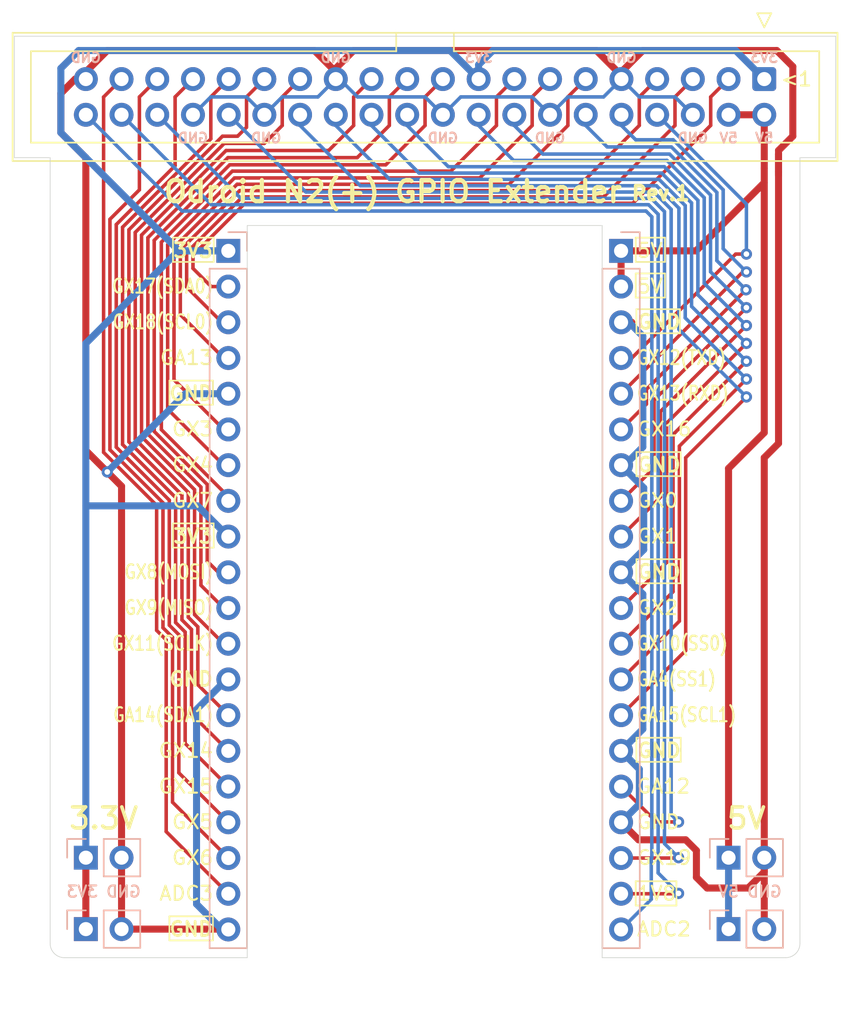
<source format=kicad_pcb>
(kicad_pcb (version 20211014) (generator pcbnew)
  (title_block (title "Odroid N2(+) GPIO Extend Board") (rev "1") (company "Amos Home"))
  (layers (0 "F.Cu" signal) (31 "B.Cu" signal) (34 "B.Paste" user) (35 "F.Paste" user) (36 "B.SilkS" user "B.Silkscreen") (37 "F.SilkS" user "F.Silkscreen") (38 "B.Mask" user) (39 "F.Mask" user) (44 "Edge.Cuts" user))
  (net 0 "")
  (net 1 "Net-(J1-Pad3)")
  (net 2 "Net-(J1-Pad5)")
  (net 3 "Net-(J1-Pad7)")
  (net 4 "Net-(J1-Pad8)")
  (net 5 "Net-(J1-Pad10)")
  (net 6 "Net-(J1-Pad11)")
  (net 7 "Net-(J1-Pad12)")
  (net 8 "Net-(J1-Pad13)")
  (net 9 "Net-(J1-Pad15)")
  (net 10 "Net-(J1-Pad16)")
  (net 11 "Net-(J1-Pad18)")
  (net 12 "Net-(J1-Pad19)")
  (net 13 "Net-(J1-Pad21)")
  (net 14 "Net-(J1-Pad22)")
  (net 15 "Net-(J1-Pad23)")
  (net 16 "Net-(J1-Pad24)")
  (net 17 "Net-(J1-Pad26)")
  (net 18 "Net-(J1-Pad27)")
  (net 19 "Net-(J1-Pad28)")
  (net 20 "Net-(J1-Pad29)")
  (net 21 "Net-(J1-Pad31)")
  (net 22 "Net-(J1-Pad32)")
  (net 23 "Net-(J1-Pad33)")
  (net 24 "Net-(J1-Pad35)")
  (net 25 "Net-(J1-Pad36)")
  (net 26 "Net-(J1-Pad37)")
  (net 27 "Net-(J1-Pad38)")
  (net 28 "Net-(J1-Pad40)")
  (net 29 "+3V3")
  (net 30 "+5V")
  (net 31 "GND")
  (footprint "Connector_IDC:IDC-Header_2x20_P2.54mm_Vertical" (layer "F.Cu") (at 186.944 66.548 -90)
    (fp_text reference "J1" hide)
    (fp_text value "Conn_02x20_Odd_Even")
  )
  (footprint "Connector_PinHeader_2.54mm:PinHeader_1x20_P2.54mm_Vertical" (layer "B.Cu") (at 148.8186 78.7654 180)
    (fp_text reference "J2" hide)
    (fp_text value "Conn_01x20_Male")
  )
  (footprint "Connector_PinHeader_2.54mm:PinHeader_1x20_P2.54mm_Vertical" (layer "B.Cu") (at 176.7586 78.7654 180)
    (fp_text reference "J3" hide)
    (fp_text value "Conn_01x20_Male")
  )
  (footprint "Connector_PinHeader_2.54mm:PinHeader_1x02_P2.54mm_Vertical" (layer "B.Cu") (at 138.684 127 -90)
    (fp_text reference "J6" hide)
    (fp_text value "Conn_01x02_Male")
  )
  (footprint "Connector_PinHeader_2.54mm:PinHeader_1x02_P2.54mm_Vertical" (layer "B.Cu") (at 138.684 121.92 -90)
    (fp_text reference "J4" hide)
    (fp_text value "Conn_01x02_Male")
  )
  (footprint "Connector_PinHeader_2.54mm:PinHeader_1x02_P2.54mm_Vertical" (layer "B.Cu") (at 184.404 121.92 -90)
    (fp_text reference "J5" hide)
    (fp_text value "Conn_01x02_Male")
  )
  (footprint "Connector_PinHeader_2.54mm:PinHeader_1x02_P2.54mm_Vertical" (layer "B.Cu") (at 184.404 127 -90)
    (fp_text reference "J7" hide)
    (fp_text value "Conn_01x02_Male")
  )
  (gr_line (start 144.6276 87.99195) (end 147.7264 87.99195) (layer "F.SilkS") (width 0.12))
  (gr_line (start 147.7264 89.70645) (end 144.6276 89.70645) (layer "F.SilkS") (width 0.12))
  (gr_line (start 147.7264 89.70645) (end 147.7264 87.99195) (layer "F.SilkS") (width 0.12))
  (gr_line (start 144.6276 87.99195) (end 144.6276 89.70645) (layer "F.SilkS") (width 0.12))
  (gr_line (start 144.8816 79.5528) (end 144.8816 77.8256) (layer "F.SilkS") (width 0.12))
  (gr_line (start 180.6956 125.3236) (end 177.8 125.3236) (layer "F.SilkS") (width 0.12))
  (gr_line (start 180.6956 123.5964) (end 180.6956 125.3236) (layer "F.SilkS") (width 0.12))
  (gr_line (start 177.8 125.3236) (end 177.8 123.5964) (layer "F.SilkS") (width 0.12))
  (gr_line (start 177.8 123.5964) (end 180.6956 123.5964) (layer "F.SilkS") (width 0.12))
  (gr_line (start 179.8828 82.08645) (end 179.8828 80.37195) (layer "F.SilkS") (width 0.12))
  (gr_line (start 177.8 80.37195) (end 179.8828 80.37195) (layer "F.SilkS") (width 0.12))
  (gr_line (start 177.8 80.37195) (end 177.8 82.08645) (layer "F.SilkS") (width 0.12))
  (gr_line (start 179.8828 82.08645) (end 177.8 82.08645) (layer "F.SilkS") (width 0.12))
  (gr_line (start 179.8828 79.5528) (end 179.8828 77.8256) (layer "F.SilkS") (width 0.12))
  (gr_line (start 177.8 77.8256) (end 179.8828 77.8256) (layer "F.SilkS") (width 0.12))
  (gr_line (start 144.8816 77.8256) (end 147.7772 77.8256) (layer "F.SilkS") (width 0.12))
  (gr_line (start 181.0004 115.10645) (end 177.8508 115.10645) (layer "F.SilkS") (width 0.12))
  (gr_line (start 177.8508 100.69195) (end 177.8508 102.40645) (layer "F.SilkS") (width 0.12))
  (gr_line (start 144.8816 99.8728) (end 144.8816 98.1456) (layer "F.SilkS") (width 0.12))
  (gr_line (start 147.7772 99.8728) (end 144.8816 99.8728) (layer "F.SilkS") (width 0.12))
  (gr_line (start 181.0004 102.40645) (end 181.0004 100.69195) (layer "F.SilkS") (width 0.12))
  (gr_line (start 177.8508 100.69195) (end 181.0004 100.69195) (layer "F.SilkS") (width 0.12))
  (gr_line (start 147.7264 127.80645) (end 144.6276 127.80645) (layer "F.SilkS") (width 0.12))
  (gr_line (start 144.6276 126.09195) (end 147.7264 126.09195) (layer "F.SilkS") (width 0.12))
  (gr_line (start 177.8508 82.91195) (end 177.8508 84.62645) (layer "F.SilkS") (width 0.12))
  (gr_line (start 181.0004 115.10645) (end 181.0004 113.39195) (layer "F.SilkS") (width 0.12))
  (gr_line (start 147.7772 98.1456) (end 147.7772 99.8728) (layer "F.SilkS") (width 0.12))
  (gr_line (start 180.9496 84.62645) (end 177.8508 84.62645) (layer "F.SilkS") (width 0.12))
  (gr_line (start 181.0004 102.40645) (end 177.8508 102.40645) (layer "F.SilkS") (width 0.12))
  (gr_line (start 147.7772 77.8256) (end 147.7772 79.5528) (layer "F.SilkS") (width 0.12))
  (gr_line (start 179.8828 79.5528) (end 177.8 79.5528) (layer "F.SilkS") (width 0.12))
  (gr_line (start 177.8508 93.07195) (end 181.0004 93.07195) (layer "F.SilkS") (width 0.12))
  (gr_line (start 181.0004 94.78645) (end 181.0004 93.07195) (layer "F.SilkS") (width 0.12))
  (gr_line (start 144.8816 98.1456) (end 147.7772 98.1456) (layer "F.SilkS") (width 0.12))
  (gr_line (start 177.8 77.8256) (end 177.8 79.54645) (layer "F.SilkS") (width 0.12))
  (gr_line (start 147.7264 127.80645) (end 147.7264 126.09195) (layer "F.SilkS") (width 0.12))
  (gr_line (start 147.7772 79.5528) (end 144.8816 79.5528) (layer "F.SilkS") (width 0.12))
  (gr_line (start 181.0004 94.78645) (end 177.8508 94.78645) (layer "F.SilkS") (width 0.12))
  (gr_line (start 177.8508 113.39195) (end 177.8508 115.10645) (layer "F.SilkS") (width 0.12))
  (gr_line (start 180.9496 84.62645) (end 180.9496 82.91195) (layer "F.SilkS") (width 0.12))
  (gr_line (start 177.8508 82.91195) (end 180.9496 82.91195) (layer "F.SilkS") (width 0.12))
  (gr_line (start 177.8508 93.07195) (end 177.8508 94.78645) (layer "F.SilkS") (width 0.12))
  (gr_line (start 177.8508 113.39195) (end 181.0004 113.39195) (layer "F.SilkS") (width 0.12))
  (gr_line (start 144.6276 126.09195) (end 144.6276 127.80645) (layer "F.SilkS") (width 0.12))
  (gr_line (start 150.1648 129.032) (end 150.1648 76.962) (layer "Edge.Cuts") (width 0.05))
  (gr_line (start 189.484 72.136) (end 192.024 72.136) (layer "Edge.Cuts") (width 0.05))
  (gr_line (start 192.024 63.5) (end 133.604 63.5) (layer "Edge.Cuts") (width 0.05))
  (gr_line (start 133.604 63.5) (end 133.604 72.136) (layer "Edge.Cuts") (width 0.05))
  (gr_line (start 136.144 72.136) (end 133.604 72.136) (layer "Edge.Cuts") (width 0.05))
  (gr_line (start 192.024 72.136) (end 192.024 63.5) (layer "Edge.Cuts") (width 0.05))
  (gr_arc (start 137.16 129.032) (mid 136.44158 128.73442) (end 136.144 128.016) (layer "Edge.Cuts") (width 0.05))
  (gr_line (start 136.144 72.136) (end 136.144 128.016) (layer "Edge.Cuts") (width 0.05))
  (gr_line (start 150.1648 76.962) (end 175.4124 76.962) (layer "Edge.Cuts") (width 0.05))
  (gr_line (start 137.16 129.032) (end 150.1648 129.032) (layer "Edge.Cuts") (width 0.05))
  (gr_line (start 175.4124 76.962) (end 175.4124 129.032) (layer "Edge.Cuts") (width 0.05))
  (gr_line (start 175.4124 129.032) (end 188.468 129.032) (layer "Edge.Cuts") (width 0.05))
  (gr_arc (start 189.484 128.016) (mid 189.18642 128.73442) (end 188.468 129.032) (layer "Edge.Cuts") (width 0.05))
  (gr_line (start 189.484 72.136) (end 189.484 128.016) (layer "Edge.Cuts") (width 0.05))
  (gr_text "GND" (at 176.784 65.024) (layer "B.SilkS") (effects (font (size 0.7 0.7)) (justify mirror)))
  (gr_text "GND" (at 156.464 65.024) (layer "B.SilkS") (effects (font (size 0.7 0.7)) (justify mirror)))
  (gr_text "3V3" (at 166.624 65.024) (layer "B.SilkS") (effects (font (size 0.7 0.7)) (justify mirror)))
  (gr_text "GND" (at 151.511 70.739) (layer "B.SilkS") (effects (font (size 0.7 0.7)) (justify mirror)))
  (gr_text "GND" (at 146.304 70.739) (layer "B.SilkS") (effects (font (size 0.7 0.7)) (justify mirror)))
  (gr_text "GND" (at 164.084 70.739) (layer "B.SilkS") (effects (font (size 0.7 0.7)) (justify mirror)))
  (gr_text "GND" (at 171.704 70.739) (layer "B.SilkS") (effects (font (size 0.7 0.7)) (justify mirror)))
  (gr_text "GND" (at 181.864 70.739) (layer "B.SilkS") (effects (font (size 0.7 0.7)) (justify mirror)))
  (gr_text "GND 3V3" (at 139.954 124.333) (layer "B.SilkS") (effects (font (size 0.8 0.8)) (justify mirror)))
  (gr_text "GND 5V" (at 185.928 124.333) (layer "B.SilkS") (effects (font (size 0.8 0.8)) (justify mirror)))
  (gr_text "5V" (at 186.944 70.739) (layer "B.SilkS") (effects (font (size 0.7 0.7)) (justify mirror)))
  (gr_text "GND" (at 138.684 65.024) (layer "B.SilkS") (effects (font (size 0.7 0.7)) (justify mirror)))
  (gr_text "5V" (at 184.404 70.739) (layer "B.SilkS") (effects (font (size 0.7 0.7)) (justify mirror)))
  (gr_text "3V3" (at 186.944 65.024) (layer "B.SilkS") (effects (font (size 0.7 0.7)) (justify mirror)))
  (gr_text "ADC2" (at 177.8 127) (layer "F.SilkS") (effects (font (size 1 1)) (justify left)))
  (gr_text "5V" (at 177.8 81.28) (layer "F.SilkS") (effects (font (size 1 1)) (justify left)))
  (gr_text "GND" (at 177.8 93.98) (layer "F.SilkS") (effects (font (size 1 1) (thickness 0.2)) (justify left)))
  (gr_text "5V" (at 177.8 78.74) (layer "F.SilkS") (effects (font (size 1 1)) (justify left)))
  (gr_text "GX12(TXD)" (at 177.8 86.36) (layer "F.SilkS") (effects (font (size 1 0.8)) (justify left)))
  (gr_text "GND" (at 177.8 101.6) (layer "F.SilkS") (effects (font (size 1 1) (thickness 0.2)) (justify left)))
  (gr_text "GX13(RXD)" (at 177.8 88.9) (layer "F.SilkS") (effects (font (size 1 0.8)) (justify left)))
  (gr_text "GND" (at 147.828 127) (layer "F.SilkS") (effects (font (size 1 1) (thickness 0.2)) (justify right)))
  (gr_text "GX15" (at 147.828 116.84) (layer "F.SilkS") (effects (font (size 1 1)) (justify right)))
  (gr_text "3.3V" (at 139.954 119.126) (layer "F.SilkS") (effects (font (size 1.5 1.5) (thickness 0.25))))
  (gr_text "5V" (at 185.674 119.126) (layer "F.SilkS") (effects (font (size 1.5 1.5) (thickness 0.25))))
  (gr_text "GA12" (at 177.8 116.84) (layer "F.SilkS") (effects (font (size 1 1)) (justify left)))
  (gr_text "<1" (at 189.23 66.548) (layer "F.SilkS") (effects (font (size 1 1))))
  (gr_text "GX17(SDA0)" (at 147.828 81.28) (layer "F.SilkS") (effects (font (size 1 0.8)) (justify right)))
  (gr_text "GND" (at 177.8 114.3) (layer "F.SilkS") (effects (font (size 1 1) (thickness 0.2)) (justify left)))
  (gr_text "GND" (at 147.828 88.9) (layer "F.SilkS") (effects (font (size 1 1) (thickness 0.2)) (justify right)))
  (gr_text "GX8(MOSI)" (at 147.828 101.6) (layer "F.SilkS") (effects (font (size 1 0.8)) (justify right)))
  (gr_text "GND" (at 177.8 119.38) (layer "F.SilkS") (effects (font (size 1 1)) (justify left)))
  (gr_text "GA15(SCL1)" (at 177.8 111.76) (layer "F.SilkS") (effects (font (size 1 0.8)) (justify left)))
  (gr_text "GX5" (at 147.828 119.38) (layer "F.SilkS") (effects (font (size 1 1)) (justify right)))
  (gr_text "GX14" (at 147.828 114.3) (layer "F.SilkS") (effects (font (size 1 1)) (justify right)))
  (gr_text "GX2" (at 177.8 104.14) (layer "F.SilkS") (effects (font (size 1 1)) (justify left)))
  (gr_text "ADC3" (at 147.828 124.46) (layer "F.SilkS") (effects (font (size 1 1)) (justify right)))
  (gr_text "GX6" (at 147.828 121.92) (layer "F.SilkS") (effects (font (size 1 1)) (justify right)))
  (gr_text "GX9(MISO)" (at 147.828 104.14) (layer "F.SilkS") (effects (font (size 1 0.8)) (justify right)))
  (gr_text "GX7" (at 147.828 96.52) (layer "F.SilkS") (effects (font (size 1 1)) (justify right)))
  (gr_text "3V3" (at 147.828 78.74) (layer "F.SilkS") (effects (font (size 1 1) (thickness 0.2)) (justify right)))
  (gr_text "GND" (at 147.828 109.22) (layer "F.SilkS") (effects (font (size 1 1) (thickness 0.2)) (justify right)))
  (gr_text "GX4" (at 147.828 93.98) (layer "F.SilkS") (effects (font (size 1 1)) (justify right)))
  (gr_text "GX16" (at 177.8 91.44) (layer "F.SilkS") (effects (font (size 1 1)) (justify left)))
  (gr_text "GX18(SCL0)" (at 147.828 83.82) (layer "F.SilkS") (effects (font (size 1 0.8)) (justify right)))
  (gr_text "GX10(SS0)" (at 177.8 106.68) (layer "F.SilkS") (effects (font (size 1 0.8)) (justify left)))
  (gr_text "1V8" (at 177.8 124.46) (layer "F.SilkS") (effects (font (size 1 1)) (justify left)))
  (gr_text "Rev.1" (at 179.578 74.676) (layer "F.SilkS") (effects (font (size 1 1) (thickness 0.25))))
  (gr_text "GA4(SS1)" (at 177.8 109.22) (layer "F.SilkS") (effects (font (size 1 0.8)) (justify left)))
  (gr_text "GX19" (at 177.8 121.92) (layer "F.SilkS") (effects (font (size 1 1)) (justify left)))
  (gr_text "GX3" (at 147.828 91.44) (layer "F.SilkS") (effects (font (size 1 1)) (justify right)))
  (gr_text "GX0" (at 177.8 96.52) (layer "F.SilkS") (effects (font (size 1 1)) (justify left)))
  (gr_text "GA14(SDA1)" (at 147.828 111.76) (layer "F.SilkS") (effects (font (size 1 0.8)) (justify right)))
  (gr_text "GX1" (at 177.8 99.06) (layer "F.SilkS") (effects (font (size 1 1)) (justify left)))
  (gr_text "GND" (at 177.8 83.82) (layer "F.SilkS") (effects (font (size 1 1) (thickness 0.2)) (justify left)))
  (gr_text "3V3" (at 147.828 99.06) (layer "F.SilkS") (effects (font (size 1 1) (thickness 0.2)) (justify right)))
  (gr_text "GA13" (at 147.828 86.36) (layer "F.SilkS") (effects (font (size 1 1)) (justify right)))
  (gr_text "Odroid N2(+) GPIO Extender" (at 160.528 74.549) (layer "F.SilkS") (effects (font (size 1.5 1.5) (thickness 0.3))))
  (gr_text "GX11(SCLK)" (at 147.828 106.68) (layer "F.SilkS") (effects (font (size 1 0.8)) (justify right)))
  (segment (start 149.999122 75.380011) (end 177.59424 75.380011) (width 0.25) (layer "F.Cu") (net 1))
  (segment (start 183.134 67.818) (end 184.404 66.548) (width 0.25) (layer "F.Cu") (net 1))
  (segment (start 177.59424 75.380011) (end 183.134 69.840251) (width 0.25) (layer "F.Cu") (net 1))
  (segment (start 183.134 69.840251) (end 183.134 67.818) (width 0.25) (layer "F.Cu") (net 1))
  (segment (start 146.304 80.01) (end 146.304 79.075133) (width 0.25) (layer "F.Cu") (net 1))
  (segment (start 148.8186 81.3054) (end 147.5994 81.3054) (width 0.25) (layer "F.Cu") (net 1))
  (segment (start 146.304 79.075133) (end 149.999122 75.380011) (width 0.25) (layer "F.Cu") (net 1))
  (segment (start 147.5994 81.3054) (end 146.304 80.01) (width 0.25) (layer "F.Cu") (net 1))
  (segment (start 148.8186 83.8454) (end 148.3614 83.8454) (width 0.25) (layer "F.Cu") (net 2))
  (segment (start 175.514 74.93) (end 180.594 69.85) (width 0.25) (layer "F.Cu") (net 2))
  (segment (start 145.853989 81.337989) (end 145.853989 78.888733) (width 0.25) (layer "F.Cu") (net 2))
  (segment (start 148.3614 83.8454) (end 145.853989 81.337989) (width 0.25) (layer "F.Cu") (net 2))
  (segment (start 149.812722 74.93) (end 175.514 74.93) (width 0.25) (layer "F.Cu") (net 2))
  (segment (start 145.853989 78.888733) (end 149.812722 74.93) (width 0.25) (layer "F.Cu") (net 2))
  (segment (start 180.594 69.85) (end 180.594 67.818) (width 0.25) (layer "F.Cu") (net 2))
  (segment (start 180.594 67.818) (end 181.864 66.548) (width 0.25) (layer "F.Cu") (net 2))
  (segment (start 145.403978 78.702333) (end 149.626322 74.479989) (width 0.25) (layer "F.Cu") (net 3))
  (segment (start 149.626322 74.479989) (end 173.424011 74.479989) (width 0.25) (layer "F.Cu") (net 3))
  (segment (start 145.403978 83.300978) (end 145.403978 78.702333) (width 0.25) (layer "F.Cu") (net 3))
  (segment (start 148.8186 86.3854) (end 148.4884 86.3854) (width 0.25) (layer "F.Cu") (net 3))
  (segment (start 173.424011 74.479989) (end 178.054 69.85) (width 0.25) (layer "F.Cu") (net 3))
  (segment (start 178.054 69.85) (end 178.054 67.818) (width 0.25) (layer "F.Cu") (net 3))
  (segment (start 148.4884 86.3854) (end 145.403978 83.300978) (width 0.25) (layer "F.Cu") (net 3))
  (segment (start 178.054 67.818) (end 179.324 66.548) (width 0.25) (layer "F.Cu") (net 3))
  (segment (start 176.7586 86.3854) (end 177.5206 86.3854) (width 0.25) (layer "F.Cu") (net 4))
  (segment (start 177.5206 86.3854) (end 184.912 78.994) (width 0.25) (layer "F.Cu") (net 4))
  (segment (start 184.912 78.994) (end 185.674 78.994) (width 0.25) (layer "F.Cu") (net 4))
  (via (at 185.674 78.994) (size 0.8) (drill 0.4) (layers "F.Cu" "B.Cu") (net 4))
  (segment (start 185.674 75.438) (end 185.674 78.994) (width 0.25) (layer "B.Cu") (net 4))
  (segment (start 179.324 69.088) (end 185.674 75.438) (width 0.25) (layer "B.Cu") (net 4))
  (segment (start 179.324 69.088) (end 179.324 69.596) (width 0.25) (layer "B.Cu") (net 4))
  (segment (start 185.42 80.264) (end 185.674 80.264) (width 0.25) (layer "F.Cu") (net 5))
  (segment (start 176.7586 88.9254) (end 185.42 80.264) (width 0.25) (layer "F.Cu") (net 5))
  (via (at 185.674 80.264) (size 0.8) (drill 0.4) (layers "F.Cu" "B.Cu") (net 5))
  (segment (start 176.784 69.088) (end 177.292 69.088) (width 0.25) (layer "B.Cu") (net 5))
  (segment (start 184.023 78.613) (end 185.674 80.264) (width 0.25) (layer "B.Cu") (net 5))
  (segment (start 176.784 69.85) (end 177.8 70.866) (width 0.25) (layer "B.Cu") (net 5))
  (segment (start 176.784 69.088) (end 176.784 69.85) (width 0.25) (layer "B.Cu") (net 5))
  (segment (start 184.023 74.42341) (end 184.023 78.613) (width 0.25) (layer "B.Cu") (net 5))
  (segment (start 180.46559 70.866) (end 184.023 74.42341) (width 0.25) (layer "B.Cu") (net 5))
  (segment (start 177.8 70.866) (end 180.46559 70.866) (width 0.25) (layer "B.Cu") (net 5))
  (segment (start 176.784 69.088) (end 176.784 69.469) (width 0.25) (layer "B.Cu") (net 5))
  (segment (start 148.8186 91.4654) (end 148.4884 91.4654) (width 0.25) (layer "F.Cu") (net 6))
  (segment (start 148.4884 91.4654) (end 144.953967 87.930967) (width 0.25) (layer "F.Cu") (net 6))
  (segment (start 172.974 67.818) (end 174.244 66.548) (width 0.25) (layer "F.Cu") (net 6))
  (segment (start 144.953967 87.930967) (end 144.953967 78.515933) (width 0.25) (layer "F.Cu") (net 6))
  (segment (start 168.794022 74.029978) (end 172.974 69.85) (width 0.25) (layer "F.Cu") (net 6))
  (segment (start 144.953967 78.515933) (end 149.439922 74.029978) (width 0.25) (layer "F.Cu") (net 6))
  (segment (start 149.439922 74.029978) (end 168.794022 74.029978) (width 0.25) (layer "F.Cu") (net 6))
  (segment (start 172.974 69.85) (end 172.974 67.818) (width 0.25) (layer "F.Cu") (net 6))
  (segment (start 178.562 89.662) (end 178.562 88.617498) (width 0.25) (layer "F.Cu") (net 7))
  (segment (start 178.562 88.617498) (end 185.645498 81.534) (width 0.25) (layer "F.Cu") (net 7))
  (segment (start 176.7586 91.4654) (end 178.562 89.662) (width 0.25) (layer "F.Cu") (net 7))
  (via (at 185.645498 81.534) (size 0.8) (drill 0.4) (layers "F.Cu" "B.Cu") (net 7))
  (segment (start 183.572989 74.609809) (end 183.572989 79.461491) (width 0.25) (layer "B.Cu") (net 7))
  (segment (start 180.33718 71.374) (end 183.572989 74.609809) (width 0.25) (layer "B.Cu") (net 7))
  (segment (start 174.244 69.088) (end 174.244 69.85) (width 0.25) (layer "B.Cu") (net 7))
  (segment (start 174.244 69.85) (end 175.768 71.374) (width 0.25) (layer "B.Cu") (net 7))
  (segment (start 175.768 71.374) (end 180.33718 71.374) (width 0.25) (layer "B.Cu") (net 7))
  (segment (start 183.572989 79.461491) (end 185.645498 81.534) (width 0.25) (layer "B.Cu") (net 7))
  (segment (start 174.244 69.088) (end 174.244 69.469) (width 0.25) (layer "B.Cu") (net 7))
  (segment (start 148.8186 94.0054) (end 148.4884 94.0054) (width 0.25) (layer "F.Cu") (net 8))
  (segment (start 144.503956 78.329533) (end 149.253522 73.579967) (width 0.25) (layer "F.Cu") (net 8))
  (segment (start 148.4884 94.0054) (end 144.503956 90.020956) (width 0.25) (layer "F.Cu") (net 8))
  (segment (start 170.434 67.818) (end 171.704 66.548) (width 0.25) (layer "F.Cu") (net 8))
  (segment (start 170.434 69.85) (end 170.434 67.818) (width 0.25) (layer "F.Cu") (net 8))
  (segment (start 149.253522 73.579967) (end 166.704033 73.579967) (width 0.25) (layer "F.Cu") (net 8))
  (segment (start 166.704033 73.579967) (end 170.434 69.85) (width 0.25) (layer "F.Cu") (net 8))
  (segment (start 144.503956 90.020956) (end 144.503956 78.329533) (width 0.25) (layer "F.Cu") (net 8))
  (segment (start 164.649989 73.094011) (end 167.894 69.85) (width 0.25) (layer "F.Cu") (net 9))
  (segment (start 148.8186 96.5454) (end 148.8186 96.2406) (width 0.25) (layer "F.Cu") (net 9))
  (segment (start 144.053945 78.143133) (end 149.103067 73.094011) (width 0.25) (layer "F.Cu") (net 9))
  (segment (start 167.894 67.818) (end 169.164 66.548) (width 0.25) (layer "F.Cu") (net 9))
  (segment (start 149.103067 73.094011) (end 164.649989 73.094011) (width 0.25) (layer "F.Cu") (net 9))
  (segment (start 167.894 69.85) (end 167.894 67.818) (width 0.25) (layer "F.Cu") (net 9))
  (segment (start 148.8186 96.2406) (end 144.053945 91.475945) (width 0.25) (layer "F.Cu") (net 9))
  (segment (start 144.053945 91.475945) (end 144.053945 78.143133) (width 0.25) (layer "F.Cu") (net 9))
  (segment (start 181.356 87.122) (end 185.674 82.804) (width 0.25) (layer "F.Cu") (net 10))
  (segment (start 179.105945 89.372055) (end 181.356 87.122) (width 0.25) (layer "F.Cu") (net 10))
  (segment (start 176.7586 96.5454) (end 179.105945 94.198055) (width 0.25) (layer "F.Cu") (net 10))
  (segment (start 179.105945 94.198055) (end 179.105945 89.372055) (width 0.25) (layer "F.Cu") (net 10))
  (via (at 185.674 82.804) (size 0.8) (drill 0.4) (layers "F.Cu" "B.Cu") (net 10))
  (segment (start 169.164 69.85) (end 171.196 71.882) (width 0.25) (layer "B.Cu") (net 10))
  (segment (start 183.122978 80.252978) (end 185.674 82.804) (width 0.25) (layer "B.Cu") (net 10))
  (segment (start 180.208769 71.882) (end 183.122978 74.796209) (width 0.25) (layer "B.Cu") (net 10))
  (segment (start 169.164 69.088) (end 169.164 69.469) (width 0.25) (layer "B.Cu") (net 10))
  (segment (start 169.164 69.088) (end 169.164 69.85) (width 0.25) (layer "B.Cu") (net 10))
  (segment (start 183.122978 74.796209) (end 183.122978 80.252978) (width 0.25) (layer "B.Cu") (net 10))
  (segment (start 171.196 71.882) (end 180.208769 71.882) (width 0.25) (layer "B.Cu") (net 10))
  (segment (start 176.7586 99.0854) (end 179.555956 96.288044) (width 0.25) (layer "F.Cu") (net 11))
  (segment (start 179.555956 90.192044) (end 181.841956 87.906044) (width 0.25) (layer "F.Cu") (net 11))
  (segment (start 179.555956 96.288044) (end 179.555956 90.192044) (width 0.25) (layer "F.Cu") (net 11))
  (segment (start 181.841956 87.906044) (end 185.674 84.074) (width 0.25) (layer "F.Cu") (net 11))
  (via (at 185.674 84.074) (size 0.8) (drill 0.4) (layers "F.Cu" "B.Cu") (net 11))
  (segment (start 166.624 69.088) (end 166.624 69.85) (width 0.25) (layer "B.Cu") (net 11))
  (segment (start 182.672967 74.982608) (end 182.672967 81.072967) (width 0.25) (layer "B.Cu") (net 11))
  (segment (start 166.624 69.088) (end 166.624 69.469) (width 0.25) (layer "B.Cu") (net 11))
  (segment (start 166.624 69.85) (end 169.106011 72.332011) (width 0.25) (layer "B.Cu") (net 11))
  (segment (start 182.672967 81.072967) (end 185.674 84.074) (width 0.25) (layer "B.Cu") (net 11))
  (segment (start 169.106011 72.332011) (end 180.02237 72.332011) (width 0.25) (layer "B.Cu") (net 11))
  (segment (start 180.02237 72.332011) (end 182.672967 74.982608) (width 0.25) (layer "B.Cu") (net 11))
  (segment (start 148.916667 72.644) (end 160.02 72.644) (width 0.25) (layer "F.Cu") (net 12))
  (segment (start 162.814 69.85) (end 162.814 67.818) (width 0.25) (layer "F.Cu") (net 12))
  (segment (start 143.546999 91.605409) (end 143.546999 78.013667) (width 0.25) (layer "F.Cu") (net 12))
  (segment (start 147.32 95.37841) (end 143.546999 91.605409) (width 0.25) (layer "F.Cu") (net 12))
  (segment (start 162.814 67.818) (end 164.084 66.548) (width 0.25) (layer "F.Cu") (net 12))
  (segment (start 148.8186 101.6254) (end 148.1074 101.6254) (width 0.25) (layer "F.Cu") (net 12))
  (segment (start 148.1074 101.6254) (end 147.32 100.838) (width 0.25) (layer "F.Cu") (net 12))
  (segment (start 143.546999 78.013667) (end 148.916667 72.644) (width 0.25) (layer "F.Cu") (net 12))
  (segment (start 160.02 72.644) (end 162.814 69.85) (width 0.25) (layer "F.Cu") (net 12))
  (segment (start 147.32 100.838) (end 147.32 95.37841) (width 0.25) (layer "F.Cu") (net 12))
  (segment (start 157.988 72.136) (end 160.274 69.85) (width 0.25) (layer "F.Cu") (net 13))
  (segment (start 146.869989 102.546989) (end 146.869989 95.56481) (width 0.25) (layer "F.Cu") (net 13))
  (segment (start 143.096988 91.791809) (end 143.096988 77.827267) (width 0.25) (layer "F.Cu") (net 13))
  (segment (start 148.8186 104.1654) (end 148.4884 104.1654) (width 0.25) (layer "F.Cu") (net 13))
  (segment (start 148.788255 72.136) (end 157.988 72.136) (width 0.25) (layer "F.Cu") (net 13))
  (segment (start 146.869989 95.56481) (end 143.096988 91.791809) (width 0.25) (layer "F.Cu") (net 13))
  (segment (start 143.096988 77.827267) (end 148.788255 72.136) (width 0.25) (layer "F.Cu") (net 13))
  (segment (start 148.4884 104.1654) (end 146.869989 102.546989) (width 0.25) (layer "F.Cu") (net 13))
  (segment (start 160.274 67.818) (end 161.544 66.548) (width 0.25) (layer "F.Cu") (net 13))
  (segment (start 160.274 69.85) (end 160.274 67.818) (width 0.25) (layer "F.Cu") (net 13))
  (segment (start 176.7586 104.1654) (end 180.005967 100.918033) (width 0.25) (layer "F.Cu") (net 14))
  (segment (start 180.005967 100.918033) (end 180.005967 91.012019) (width 0.25) (layer "F.Cu") (net 14))
  (segment (start 182.291967 88.726019) (end 185.673986 85.344) (width 0.25) (layer "F.Cu") (net 14))
  (segment (start 180.005967 91.012019) (end 182.291967 88.726019) (width 0.25) (layer "F.Cu") (net 14))
  (via (at 185.673986 85.344) (size 0.8) (drill 0.4) (layers "F.Cu" "B.Cu") (net 14))
  (segment (start 182.222956 75.169007) (end 182.222956 81.89297) (width 0.25) (layer "B.Cu") (net 14))
  (segment (start 164.476022 72.782022) (end 179.835971 72.782022) (width 0.25) (layer "B.Cu") (net 14))
  (segment (start 182.222956 81.89297) (end 185.673986 85.344) (width 0.25) (layer "B.Cu") (net 14))
  (segment (start 161.544 69.85) (end 164.476022 72.782022) (width 0.25) (layer "B.Cu") (net 14))
  (segment (start 161.544 69.088) (end 161.544 69.85) (width 0.25) (layer "B.Cu") (net 14))
  (segment (start 179.835971 72.782022) (end 182.222956 75.169007) (width 0.25) (layer "B.Cu") (net 14))
  (segment (start 148.8186 106.7054) (end 148.4884 106.7054) (width 0.25) (layer "F.Cu") (net 15))
  (segment (start 142.646977 77.640867) (end 148.659844 71.628) (width 0.25) (layer "F.Cu") (net 15))
  (segment (start 157.734 67.818) (end 159.004 66.548) (width 0.25) (layer "F.Cu") (net 15))
  (segment (start 148.4884 106.7054) (end 146.419978 104.636978) (width 0.25) (layer "F.Cu") (net 15))
  (segment (start 155.956 71.628) (end 157.734 69.85) (width 0.25) (layer "F.Cu") (net 15))
  (segment (start 157.734 69.85) (end 157.734 67.818) (width 0.25) (layer "F.Cu") (net 15))
  (segment (start 142.646977 91.978209) (end 142.646977 77.640867) (width 0.25) (layer "F.Cu") (net 15))
  (segment (start 148.659844 71.628) (end 155.956 71.628) (width 0.25) (layer "F.Cu") (net 15))
  (segment (start 146.419978 104.636978) (end 146.419978 95.75121) (width 0.25) (layer "F.Cu") (net 15))
  (segment (start 146.419978 95.75121) (end 142.646977 91.978209) (width 0.25) (layer "F.Cu") (net 15))
  (segment (start 180.455978 103.008022) (end 180.455978 91.832022) (width 0.25) (layer "F.Cu") (net 16))
  (segment (start 180.594 91.694) (end 185.674 86.614) (width 0.25) (layer "F.Cu") (net 16))
  (segment (start 176.7586 106.7054) (end 180.455978 103.008022) (width 0.25) (layer "F.Cu") (net 16))
  (segment (start 180.455978 91.832022) (end 180.594 91.694) (width 0.25) (layer "F.Cu") (net 16))
  (via (at 185.674 86.614) (size 0.8) (drill 0.4) (layers "F.Cu" "B.Cu") (net 16))
  (segment (start 162.386033 73.232033) (end 179.649571 73.232033) (width 0.25) (layer "B.Cu") (net 16))
  (segment (start 181.772945 75.355407) (end 181.772945 82.712945) (width 0.25) (layer "B.Cu") (net 16))
  (segment (start 179.649571 73.232033) (end 181.772945 75.355407) (width 0.25) (layer "B.Cu") (net 16))
  (segment (start 159.004 69.85) (end 162.386033 73.232033) (width 0.25) (layer "B.Cu") (net 16))
  (segment (start 181.772945 82.712945) (end 185.674 86.614) (width 0.25) (layer "B.Cu") (net 16))
  (segment (start 159.004 69.088) (end 159.004 69.85) (width 0.25) (layer "B.Cu") (net 16))
  (segment (start 180.905989 105.098011) (end 180.905989 92.652021) (width 0.25) (layer "F.Cu") (net 17))
  (segment (start 180.905989 92.652021) (end 185.674 87.88401) (width 0.25) (layer "F.Cu") (net 17))
  (segment (start 176.7586 109.2454) (end 180.905989 105.098011) (width 0.25) (layer "F.Cu") (net 17))
  (via (at 185.674 87.88401) (size 0.8) (drill 0.4) (layers "F.Cu" "B.Cu") (net 17))
  (segment (start 181.322934 83.532944) (end 185.274001 87.484011) (width 0.25) (layer "B.Cu") (net 17))
  (segment (start 156.464 69.85) (end 160.296044 73.682044) (width 0.25) (layer "B.Cu") (net 17))
  (segment (start 179.463171 73.682044) (end 181.322934 75.541807) (width 0.25) (layer "B.Cu") (net 17))
  (segment (start 185.274001 87.484011) (end 185.674 87.88401) (width 0.25) (layer "B.Cu") (net 17))
  (segment (start 156.464 69.088) (end 156.464 69.85) (width 0.25) (layer "B.Cu") (net 17))
  (segment (start 181.322934 75.541807) (end 181.322934 83.532944) (width 0.25) (layer "B.Cu") (net 17))
  (segment (start 160.296044 73.682044) (end 179.463171 73.682044) (width 0.25) (layer "B.Cu") (net 17))
  (segment (start 142.196966 77.454467) (end 148.531434 71.12) (width 0.25) (layer "F.Cu") (net 18))
  (segment (start 148.531434 71.12) (end 151.384 71.12) (width 0.25) (layer "F.Cu") (net 18))
  (segment (start 152.654 69.85) (end 152.654 67.818) (width 0.25) (layer "F.Cu") (net 18))
  (segment (start 145.969967 95.93761) (end 142.196966 92.164609) (width 0.25) (layer "F.Cu") (net 18))
  (segment (start 148.8186 111.7854) (end 146.649055 109.615855) (width 0.25) (layer "F.Cu") (net 18))
  (segment (start 146.649055 105.502466) (end 145.969967 104.823378) (width 0.25) (layer "F.Cu") (net 18))
  (segment (start 145.969967 104.823378) (end 145.969967 95.93761) (width 0.25) (layer "F.Cu") (net 18))
  (segment (start 142.196966 92.164609) (end 142.196966 77.454467) (width 0.25) (layer "F.Cu") (net 18))
  (segment (start 151.384 71.12) (end 152.654 69.85) (width 0.25) (layer "F.Cu") (net 18))
  (segment (start 152.654 67.818) (end 153.924 66.548) (width 0.25) (layer "F.Cu") (net 18))
  (segment (start 146.649055 109.615855) (end 146.649055 105.502466) (width 0.25) (layer "F.Cu") (net 18))
  (segment (start 176.7586 111.7854) (end 181.356 107.188) (width 0.25) (layer "F.Cu") (net 19))
  (segment (start 181.356 107.188) (end 181.356 93.47201) (width 0.25) (layer "F.Cu") (net 19))
  (segment (start 181.356 93.47201) (end 185.67401 89.154) (width 0.25) (layer "F.Cu") (net 19))
  (via (at 185.67401 89.154) (size 0.8) (drill 0.4) (layers "F.Cu" "B.Cu") (net 19))
  (segment (start 180.872923 75.728207) (end 180.872923 84.352913) (width 0.25) (layer "B.Cu") (net 19))
  (segment (start 153.924 69.088) (end 153.924 69.85) (width 0.25) (layer "B.Cu") (net 19))
  (segment (start 153.924 69.85) (end 158.206055 74.132055) (width 0.25) (layer "B.Cu") (net 19))
  (segment (start 180.872923 84.352913) (end 185.274011 88.754001) (width 0.25) (layer "B.Cu") (net 19))
  (segment (start 179.276771 74.132055) (end 180.872923 75.728207) (width 0.25) (layer "B.Cu") (net 19))
  (segment (start 185.274011 88.754001) (end 185.67401 89.154) (width 0.25) (layer "B.Cu") (net 19))
  (segment (start 158.206055 74.132055) (end 179.276771 74.132055) (width 0.25) (layer "B.Cu") (net 19))
  (segment (start 146.199044 111.705844) (end 146.199044 105.688865) (width 0.25) (layer "F.Cu") (net 20))
  (segment (start 141.746955 77.268067) (end 148.403023 70.612) (width 0.25) (layer "F.Cu") (net 20))
  (segment (start 146.199044 105.688865) (end 145.519956 105.009778) (width 0.25) (layer "F.Cu") (net 20))
  (segment (start 148.8186 114.3254) (end 146.199044 111.705844) (width 0.25) (layer "F.Cu") (net 20))
  (segment (start 150.114 69.977) (end 150.114 67.818) (width 0.25) (layer "F.Cu") (net 20))
  (segment (start 149.479 70.612) (end 150.114 69.977) (width 0.25) (layer "F.Cu") (net 20))
  (segment (start 141.746955 92.351009) (end 141.746955 77.268067) (width 0.25) (layer "F.Cu") (net 20))
  (segment (start 145.519956 96.12401) (end 141.746955 92.351009) (width 0.25) (layer "F.Cu") (net 20))
  (segment (start 145.519956 105.009778) (end 145.519956 96.12401) (width 0.25) (layer "F.Cu") (net 20))
  (segment (start 150.114 67.818) (end 151.384 66.548) (width 0.25) (layer "F.Cu") (net 20))
  (segment (start 148.403023 70.612) (end 149.479 70.612) (width 0.25) (layer "F.Cu") (net 20))
  (segment (start 145.749033 105.875266) (end 145.069945 105.196178) (width 0.25) (layer "F.Cu") (net 21))
  (segment (start 148.8186 116.8654) (end 145.749033 113.795833) (width 0.25) (layer "F.Cu") (net 21))
  (segment (start 145.069945 96.31041) (end 141.296944 92.537409) (width 0.25) (layer "F.Cu") (net 21))
  (segment (start 141.296944 92.537409) (end 141.296944 77.081667) (width 0.25) (layer "F.Cu") (net 21))
  (segment (start 147.574 70.804613) (end 147.574 67.818) (width 0.25) (layer "F.Cu") (net 21))
  (segment (start 145.749033 113.795833) (end 145.749033 105.875266) (width 0.25) (layer "F.Cu") (net 21))
  (segment (start 147.574 67.818) (end 148.844 66.548) (width 0.25) (layer "F.Cu") (net 21))
  (segment (start 141.296944 77.081667) (end 147.574 70.804613) (width 0.25) (layer "F.Cu") (net 21))
  (segment (start 145.069945 105.196178) (end 145.069945 96.31041) (width 0.25) (layer "F.Cu") (net 21))
  (segment (start 179.2732 119.38) (end 180.848 119.38) (width 0.25) (layer "F.Cu") (net 22))
  (segment (start 176.7586 116.8654) (end 179.2732 119.38) (width 0.25) (layer "F.Cu") (net 22))
  (via (at 180.848 119.38) (size 0.8) (drill 0.4) (layers "F.Cu" "B.Cu") (net 22))
  (segment (start 179.090371 74.582066) (end 180.321001 75.812696) (width 0.25) (layer "B.Cu") (net 22))
  (segment (start 148.844 69.088) (end 148.844 69.2785) (width 0.25) (layer "B.Cu") (net 22))
  (segment (start 148.844 69.088) (end 154.338066 74.582066) (width 0.25) (layer "B.Cu") (net 22))
  (segment (start 154.338066 74.582066) (end 179.090371 74.582066) (width 0.25) (layer "B.Cu") (net 22))
  (segment (start 180.321001 75.812696) (end 180.321001 118.853001) (width 0.25) (layer "B.Cu") (net 22))
  (segment (start 180.321001 118.853001) (end 180.848 119.38) (width 0.25) (layer "B.Cu") (net 22))
  (segment (start 145.034 67.818) (end 146.304 66.548) (width 0.25) (layer "F.Cu") (net 23))
  (segment (start 148.8186 119.4054) (end 145.299022 115.885822) (width 0.25) (layer "F.Cu") (net 23))
  (segment (start 144.619934 105.382578) (end 144.619934 96.49681) (width 0.25) (layer "F.Cu") (net 23))
  (segment (start 144.619934 96.49681) (end 140.846933 92.723809) (width 0.25) (layer "F.Cu") (net 23))
  (segment (start 140.846933 76.89527) (end 145.034 72.708203) (width 0.25) (layer "F.Cu") (net 23))
  (segment (start 145.034 72.708203) (end 145.034 67.818) (width 0.25) (layer "F.Cu") (net 23))
  (segment (start 140.846933 92.723809) (end 140.846933 76.89527) (width 0.25) (layer "F.Cu") (net 23))
  (segment (start 145.299022 106.061665) (end 144.619934 105.382578) (width 0.25) (layer "F.Cu") (net 23))
  (segment (start 145.299022 115.885822) (end 145.299022 106.061665) (width 0.25) (layer "F.Cu") (net 23))
  (segment (start 144.849011 106.248066) (end 144.169923 105.568978) (width 0.25) (layer "F.Cu") (net 24))
  (segment (start 140.396922 76.519078) (end 142.494 74.422) (width 0.25) (layer "F.Cu") (net 24))
  (segment (start 140.396922 92.910209) (end 140.396922 76.519078) (width 0.25) (layer "F.Cu") (net 24))
  (segment (start 142.494 67.818) (end 143.764 66.548) (width 0.25) (layer "F.Cu") (net 24))
  (segment (start 144.169923 96.68321) (end 140.396922 92.910209) (width 0.25) (layer "F.Cu") (net 24))
  (segment (start 144.849011 117.975811) (end 144.849011 106.248066) (width 0.25) (layer "F.Cu") (net 24))
  (segment (start 148.8186 121.9454) (end 144.849011 117.975811) (width 0.25) (layer "F.Cu") (net 24))
  (segment (start 142.494 74.422) (end 142.494 67.818) (width 0.25) (layer "F.Cu") (net 24))
  (segment (start 144.169923 105.568978) (end 144.169923 96.68321) (width 0.25) (layer "F.Cu") (net 24))
  (segment (start 176.7586 121.9454) (end 180.8226 121.9454) (width 0.25) (layer "F.Cu") (net 25))
  (segment (start 180.8226 121.9454) (end 180.848 121.92) (width 0.25) (layer "F.Cu") (net 25))
  (via (at 180.848 121.92) (size 0.8) (drill 0.4) (layers "F.Cu" "B.Cu") (net 25))
  (segment (start 143.764 69.088) (end 149.708077 75.032077) (width 0.25) (layer "B.Cu") (net 25))
  (segment (start 178.903971 75.032077) (end 179.846007 75.974113) (width 0.25) (layer "B.Cu") (net 25))
  (segment (start 179.846007 120.918007) (end 180.848 121.92) (width 0.25) (layer "B.Cu") (net 25))
  (segment (start 149.708077 75.032077) (end 178.903971 75.032077) (width 0.25) (layer "B.Cu") (net 25))
  (segment (start 179.846007 75.974113) (end 179.846007 120.918007) (width 0.25) (layer "B.Cu") (net 25))
  (segment (start 139.946911 93.096609) (end 139.946911 67.825089) (width 0.25) (layer "F.Cu") (net 26))
  (segment (start 143.719912 105.755378) (end 143.719912 96.86961) (width 0.25) (layer "F.Cu") (net 26))
  (segment (start 139.946911 67.825089) (end 140.374001 67.397999) (width 0.25) (layer "F.Cu") (net 26))
  (segment (start 144.399 120.0658) (end 144.399 106.434465) (width 0.25) (layer "F.Cu") (net 26))
  (segment (start 144.399 106.434465) (end 143.719912 105.755378) (width 0.25) (layer "F.Cu") (net 26))
  (segment (start 143.719912 96.86961) (end 139.946911 93.096609) (width 0.25) (layer "F.Cu") (net 26))
  (segment (start 139.946911 67.825089) (end 139.954 67.818) (width 0.25) (layer "F.Cu") (net 26))
  (segment (start 148.8186 124.4854) (end 144.399 120.0658) (width 0.25) (layer "F.Cu") (net 26))
  (segment (start 140.374001 67.397999) (end 141.224 66.548) (width 0.25) (layer "F.Cu") (net 26))
  (segment (start 180.822602 124.4854) (end 180.848002 124.46) (width 0.25) (layer "F.Cu") (net 27))
  (segment (start 176.7586 124.4854) (end 180.822602 124.4854) (width 0.25) (layer "F.Cu") (net 27))
  (via (at 180.848002 124.46) (size 0.8) (drill 0.4) (layers "F.Cu" "B.Cu") (net 27))
  (segment (start 179.395996 123.007994) (end 180.848002 124.46) (width 0.25) (layer "B.Cu") (net 27))
  (segment (start 141.224 69.088) (end 147.618089 75.482089) (width 0.25) (layer "B.Cu") (net 27))
  (segment (start 178.717569 75.48209) (end 179.395996 76.160518) (width 0.25) (layer "B.Cu") (net 27))
  (segment (start 179.395996 76.160518) (end 179.395996 123.007994) (width 0.25) (layer "B.Cu") (net 27))
  (segment (start 147.618089 75.482089) (end 178.717569 75.48209) (width 0.25) (layer "B.Cu") (net 27))
  (segment (start 178.945985 121.907998) (end 178.906138 121.947845) (width 0.25) (layer "B.Cu") (net 28))
  (segment (start 145.5281 75.9321) (end 178.531168 75.9321) (width 0.25) (layer "B.Cu") (net 28))
  (segment (start 178.531168 75.9321) (end 178.945985 76.346918) (width 0.25) (layer "B.Cu") (net 28))
  (segment (start 138.684 69.088) (end 145.5281 75.9321) (width 0.25) (layer "B.Cu") (net 28))
  (segment (start 178.906138 121.947845) (end 178.906138 124.877862) (width 0.25) (layer "B.Cu") (net 28))
  (segment (start 178.945985 76.346918) (end 178.945985 121.907998) (width 0.25) (layer "B.Cu") (net 28))
  (segment (start 178.906138 124.877862) (end 176.7586 127.0254) (width 0.25) (layer "B.Cu") (net 28))
  (segment (start 138.684 121.92) (end 138.684 127) (width 0.5) (layer "F.Cu") (net 29))
  (segment (start 138.684 121.92) (end 138.684 121.412) (width 0.5) (layer "B.Cu") (net 29))
  (segment (start 145.2626 78.7654) (end 138.684 85.344) (width 0.5) (layer "B.Cu") (net 29))
  (segment (start 138.684 96.901) (end 146.6342 96.901) (width 0.5) (layer "B.Cu") (net 29))
  (segment (start 166.624 65.532) (end 167.64 64.516) (width 0.5) (layer "B.Cu") (net 29))
  (segment (start 164.592 64.516) (end 138.176 64.516) (width 0.5) (layer "B.Cu") (net 29))
  (segment (start 145.3134 78.7654) (end 148.8186 78.7654) (width 0.5) (layer "B.Cu") (net 29))
  (segment (start 166.624 66.548) (end 166.624 65.532) (width 0.5) (layer "B.Cu") (net 29))
  (segment (start 136.906 65.786) (end 136.906 70.358) (width 0.5) (layer "B.Cu") (net 29))
  (segment (start 166.624 66.548) (end 164.592 64.516) (width 0.5) (layer "B.Cu") (net 29))
  (segment (start 184.912 64.516) (end 186.944 66.548) (width 0.5) (layer "B.Cu") (net 29))
  (segment (start 167.64 64.516) (end 184.912 64.516) (width 0.5) (layer "B.Cu") (net 29))
  (segment (start 148.8186 78.7654) (end 145.2626 78.7654) (width 0.5) (layer "B.Cu") (net 29))
  (segment (start 138.176 64.516) (end 136.906 65.786) (width 0.5) (layer "B.Cu") (net 29))
  (segment (start 136.906 70.358) (end 145.3134 78.7654) (width 0.5) (layer "B.Cu") (net 29))
  (segment (start 146.6342 96.901) (end 148.8186 99.0854) (width 0.5) (layer "B.Cu") (net 29))
  (segment (start 138.684 85.344) (end 138.684 121.92) (width 0.5) (layer "B.Cu") (net 29))
  (segment (start 184.404 69.088) (end 186.944 69.088) (width 0.5) (layer "F.Cu") (net 30))
  (segment (start 186.944 91.694) (end 186.944 72.898) (width 0.5) (layer "F.Cu") (net 30))
  (segment (start 186.944 72.898) (end 186.944 68.58) (width 0.5) (layer "F.Cu") (net 30))
  (segment (start 184.404 121.92) (end 184.404 94.234) (width 0.5) (layer "F.Cu") (net 30))
  (segment (start 176.7586 81.3054) (end 176.7586 78.7654) (width 0.5) (layer "F.Cu") (net 30))
  (segment (start 184.404 94.234) (end 186.944 91.694) (width 0.5) (layer "F.Cu") (net 30))
  (segment (start 182.0926 78.7654) (end 186.944 73.914) (width 0.5) (layer "F.Cu") (net 30))
  (segment (start 176.7586 78.7654) (end 182.0926 78.7654) (width 0.5) (layer "F.Cu") (net 30))
  (segment (start 184.404 127) (end 184.404 121.92) (width 0.5) (layer "B.Cu") (net 30))
  (segment (start 175.006 64.516) (end 176.784 66.294) (width 0.5) (layer "F.Cu") (net 31))
  (segment (start 156.464 66.548) (end 156.464 65.786) (width 0.5) (layer "F.Cu") (net 31))
  (segment (start 156.464 65.786) (end 157.734 64.516) (width 0.5) (layer "F.Cu") (net 31))
  (segment (start 176.784 66.294) (end 176.784 66.548) (width 0.5) (layer "F.Cu") (net 31))
  (segment (start 157.734 64.516) (end 175.006 64.516) (width 0.5) (layer "F.Cu") (net 31))
  (segment (start 141.224 121.92) (end 141.224 127) (width 0.5) (layer "F.Cu") (net 31))
  (segment (start 141.224 121.92) (end 141.224 95.504) (width 0.5) (layer "F.Cu") (net 31))
  (segment (start 138.684 72.136) (end 138.684 92.964) (width 0.5) (layer "F.Cu") (net 31))
  (segment (start 187.96 92.456) (end 187.96 71.882) (width 0.5) (layer "F.Cu") (net 31))
  (segment (start 138.684 66.04) (end 140.208 64.516) (width 0.5) (layer "F.Cu") (net 31))
  (segment (start 148.7932 127) (end 148.8186 127.0254) (width 0.25) (layer "F.Cu") (net 31))
  (segment (start 154.94 64.516) (end 156.464 66.04) (width 0.5) (layer "F.Cu") (net 31))
  (segment (start 140.208 64.516) (end 154.94 64.516) (width 0.5) (layer "F.Cu") (net 31))
  (segment (start 187.96 71.628) (end 188.976 70.612) (width 0.5) (layer "F.Cu") (net 31))
  (segment (start 187.96 73.140002) (end 187.96 71.882) (width 0.5) (layer "F.Cu") (net 31))
  (segment (start 176.784 66.04) (end 176.784 66.548) (width 0.5) (layer "F.Cu") (net 31))
  (segment (start 176.7586 114.3254) (end 177.038 114.046) (width 0.25) (layer "F.Cu") (net 31))
  (segment (start 156.464 66.04) (end 156.464 66.548) (width 0.5) (layer "F.Cu") (net 31))
  (segment (start 138.684 66.548) (end 138.684 66.04) (width 0.5) (layer "F.Cu") (net 31))
  (segment (start 186.944 122.936) (end 186.944 121.92) (width 0.5) (layer "F.Cu") (net 31))
  (segment (start 187.96 73.406) (end 187.96 73.140002) (width 0.5) (layer "F.Cu") (net 31))
  (segment (start 186.944 93.472) (end 187.96 92.456) (width 0.5) (layer "F.Cu") (net 31))
  (segment (start 176.7586 83.8454) (end 177.5206 83.8454) (width 0.5) (layer "F.Cu") (net 31))
  (segment (start 178.0032 120.65) (end 181.356 120.65) (width 0.5) (layer "F.Cu") (net 31))
  (segment (start 141.224 127) (end 148.7932 127) (width 0.5) (layer "F.Cu") (net 31))
  (segment (start 141.224 95.504) (end 140.207997 94.487997) (width 0.5) (layer "F.Cu") (net 31))
  (segment (start 182.118 123.317) (end 182.88 124.079) (width 0.5) (layer "F.Cu") (net 31))
  (segment (start 181.356 120.65) (end 182.118 121.412) (width 0.5) (layer "F.Cu") (net 31))
  (segment (start 136.906 67.564) (end 136.906 70.358) (width 0.5) (layer "F.Cu") (net 31))
  (segment (start 187.96 71.882) (end 187.96 71.628) (width 0.5) (layer "F.Cu") (net 31))
  (segment (start 176.7586 119.4054) (end 178.0032 120.65) (width 0.5) (layer "F.Cu") (net 31))
  (segment (start 188.976 65.659) (end 187.833 64.516) (width 0.5) (layer "F.Cu") (net 31))
  (segment (start 188.976 70.612) (end 188.976 65.659) (width 0.5) (layer "F.Cu") (net 31))
  (segment (start 186.944 121.92) (end 186.944 93.472) (width 0.5) (layer "F.Cu") (net 31))
  (segment (start 182.88 124.079) (end 185.801 124.079) (width 0.5) (layer "F.Cu") (net 31))
  (segment (start 187.833 64.516) (end 178.308 64.516) (width 0.5) (layer "F.Cu") (net 31))
  (segment (start 185.801 124.079) (end 186.944 122.936) (width 0.5) (layer "F.Cu") (net 31))
  (segment (start 138.684 92.964) (end 140.207997 94.487997) (width 0.5) (layer "F.Cu") (net 31))
  (segment (start 186.944 121.92) (end 186.944 127) (width 0.5) (layer "F.Cu") (net 31))
  (segment (start 138.684 66.548) (end 137.922 66.548) (width 0.5) (layer "F.Cu") (net 31))
  (segment (start 137.922 66.548) (end 136.906 67.564) (width 0.5) (layer "F.Cu") (net 31))
  (segment (start 136.906 70.358) (end 138.684 72.136) (width 0.5) (layer "F.Cu") (net 31))
  (segment (start 182.118 121.412) (end 182.118 123.317) (width 0.5) (layer "F.Cu") (net 31))
  (segment (start 178.308 64.516) (end 176.784 66.04) (width 0.5) (layer "F.Cu") (net 31))
  (via (at 140.207997 94.487997) (size 0.8) (drill 0.4) (layers "F.Cu" "B.Cu") (net 31))
  (segment (start 170.434 67.818) (end 171.704 69.088) (width 0.25) (layer "B.Cu") (net 31))
  (segment (start 164.084 69.088) (end 165.354 67.818) (width 0.25) (layer "B.Cu") (net 31))
  (segment (start 165.354 67.818) (end 170.434 67.818) (width 0.25) (layer "B.Cu") (net 31))
  (segment (start 156.464 66.548) (end 156.737499 66.548) (width 0.25) (layer "B.Cu") (net 31))
  (segment (start 156.737499 66.548) (end 158.007499 67.818) (width 0.25) (layer "B.Cu") (net 31))
  (segment (start 158.007499 67.818) (end 162.814 67.818) (width 0.25) (layer "B.Cu") (net 31))
  (segment (start 162.814 67.818) (end 164.084 69.088) (width 0.25) (layer "B.Cu") (net 31))
  (segment (start 171.704 69.088) (end 172.974 67.818) (width 0.25) (layer "B.Cu") (net 31))
  (segment (start 178.054 67.818) (end 180.594 67.818) (width 0.25) (layer "B.Cu") (net 31))
  (segment (start 172.974 67.818) (end 175.514 67.818) (width 0.25) (layer "B.Cu") (net 31))
  (segment (start 176.784 66.548) (end 178.054 67.818) (width 0.25) (layer "B.Cu") (net 31))
  (segment (start 175.514 67.818) (end 176.784 66.548) (width 0.25) (layer "B.Cu") (net 31))
  (segment (start 180.594 67.818) (end 181.864 69.088) (width 0.25) (layer "B.Cu") (net 31))
  (segment (start 147.574 67.818) (end 150.114 67.818) (width 0.25) (layer "B.Cu") (net 31))
  (segment (start 150.114 67.818) (end 151.384 69.088) (width 0.25) (layer "B.Cu") (net 31))
  (segment (start 151.384 69.088) (end 152.654 67.818) (width 0.25) (layer "B.Cu") (net 31))
  (segment (start 152.654 67.818) (end 155.194 67.818) (width 0.25) (layer "B.Cu") (net 31))
  (segment (start 146.304 69.088) (end 147.574 67.818) (width 0.25) (layer "B.Cu") (net 31))
  (segment (start 155.194 67.818) (end 156.464 66.548) (width 0.25) (layer "B.Cu") (net 31))
  (segment (start 178.308 92.71) (end 177.0126 94.0054) (width 0.5) (layer "B.Cu") (net 31))
  (segment (start 140.208003 94.487997) (end 140.207997 94.487997) (width 0.5) (layer "B.Cu") (net 31))
  (segment (start 178.308 103.1748) (end 178.308 112.776) (width 0.5) (layer "B.Cu") (net 31))
  (segment (start 176.7586 101.6254) (end 178.308 103.1748) (width 0.5) (layer "B.Cu") (net 31))
  (segment (start 177.0126 94.0054) (end 176.7586 94.0054) (width 0.5) (layer "B.Cu") (net 31))
  (segment (start 146.558 125.222) (end 148.3614 127.0254) (width 0.5) (layer "B.Cu") (net 31))
  (segment (start 145.7706 88.9254) (end 140.208003 94.487997) (width 0.5) (layer "B.Cu") (net 31))
  (segment (start 178.308 112.776) (end 176.7586 114.3254) (width 0.5) (layer "B.Cu") (net 31))
  (segment (start 178.058601 118.105399) (end 176.7586 119.4054) (width 0.5) (layer "B.Cu") (net 31))
  (segment (start 178.058601 115.625401) (end 178.058601 118.105399) (width 0.5) (layer "B.Cu") (net 31))
  (segment (start 177.3174 83.8454) (end 178.308 84.836) (width 0.5) (layer "B.Cu") (net 31))
  (segment (start 148.3614 127.0254) (end 148.8186 127.0254) (width 0.5) (layer "B.Cu") (net 31))
  (segment (start 178.370974 100.013026) (end 176.7586 101.6254) (width 0.5) (layer "B.Cu") (net 31))
  (segment (start 148.6916 109.2454) (end 146.558 111.379) (width 0.5) (layer "B.Cu") (net 31))
  (segment (start 148.8186 109.2454) (end 148.6916 109.2454) (width 0.5) (layer "B.Cu") (net 31))
  (segment (start 146.558 111.379) (end 146.558 125.222) (width 0.5) (layer "B.Cu") (net 31))
  (segment (start 176.7586 114.3254) (end 178.058601 115.625401) (width 0.5) (layer "B.Cu") (net 31))
  (segment (start 148.8186 88.9254) (end 145.7706 88.9254) (width 0.5) (layer "B.Cu") (net 31))
  (segment (start 178.308 84.836) (end 178.308 92.71) (width 0.5) (layer "B.Cu") (net 31))
  (segment (start 178.370974 95.617774) (end 178.370974 100.013026) (width 0.5) (layer "B.Cu") (net 31))
  (segment (start 176.7586 94.0054) (end 178.370974 95.617774) (width 0.5) (layer "B.Cu") (net 31))
  (segment (start 176.7586 83.8454) (end 177.3174 83.8454) (width 0.5) (layer "B.Cu") (net 31))
)
</source>
